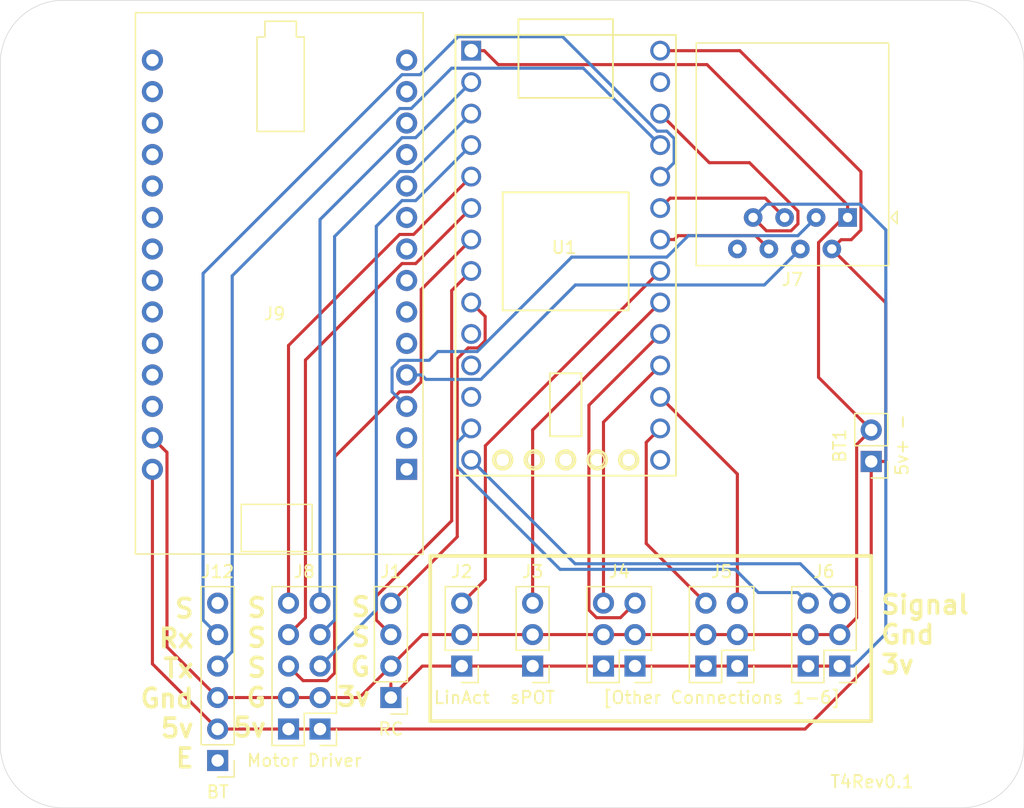
<source format=kicad_pcb>
(kicad_pcb (version 20171130) (host pcbnew "(5.1.2)-2")

  (general
    (thickness 1.6)
    (drawings 19)
    (tracks 197)
    (zones 0)
    (modules 16)
    (nets 58)
  )

  (page A4)
  (layers
    (0 F.Cu signal)
    (31 B.Cu signal)
    (32 B.Adhes user)
    (33 F.Adhes user)
    (34 B.Paste user)
    (35 F.Paste user)
    (36 B.SilkS user)
    (37 F.SilkS user)
    (38 B.Mask user)
    (39 F.Mask user)
    (40 Dwgs.User user)
    (41 Cmts.User user)
    (42 Eco1.User user)
    (43 Eco2.User user)
    (44 Edge.Cuts user)
    (45 Margin user)
    (46 B.CrtYd user)
    (47 F.CrtYd user hide)
    (48 B.Fab user)
    (49 F.Fab user)
  )

  (setup
    (last_trace_width 0.25)
    (trace_clearance 0.2)
    (zone_clearance 0.508)
    (zone_45_only no)
    (trace_min 0.2)
    (via_size 0.8)
    (via_drill 0.4)
    (via_min_size 0.4)
    (via_min_drill 0.3)
    (uvia_size 0.3)
    (uvia_drill 0.1)
    (uvias_allowed no)
    (uvia_min_size 0.2)
    (uvia_min_drill 0.1)
    (edge_width 0.05)
    (segment_width 0.2)
    (pcb_text_width 0.3)
    (pcb_text_size 1.5 1.5)
    (mod_edge_width 0.12)
    (mod_text_size 1 1)
    (mod_text_width 0.15)
    (pad_size 1.7 1.7)
    (pad_drill 1)
    (pad_to_mask_clearance 0.051)
    (solder_mask_min_width 0.25)
    (aux_axis_origin 0 0)
    (visible_elements 7FFFFFFF)
    (pcbplotparams
      (layerselection 0x010fc_ffffffff)
      (usegerberextensions false)
      (usegerberattributes false)
      (usegerberadvancedattributes false)
      (creategerberjobfile false)
      (excludeedgelayer true)
      (linewidth 0.100000)
      (plotframeref false)
      (viasonmask false)
      (mode 1)
      (useauxorigin false)
      (hpglpennumber 1)
      (hpglpenspeed 20)
      (hpglpendiameter 15.000000)
      (psnegative false)
      (psa4output false)
      (plotreference true)
      (plotvalue true)
      (plotinvisibletext false)
      (padsonsilk false)
      (subtractmaskfromsilk false)
      (outputformat 1)
      (mirror false)
      (drillshape 1)
      (scaleselection 1)
      (outputdirectory ""))
  )

  (net 0 "")
  (net 1 "Net-(J1-Pad3)")
  (net 2 "Net-(J1-Pad4)")
  (net 3 "Net-(J2-Pad3)")
  (net 4 "Net-(J3-Pad3)")
  (net 5 "Net-(J4-Pad6)")
  (net 6 "Net-(J5-Pad6)")
  (net 7 "Net-(J6-Pad6)")
  (net 8 "Net-(J7-Pad5)")
  (net 9 "Net-(J7-Pad6)")
  (net 10 "Net-(J7-Pad8)")
  (net 11 "Net-(J12-Pad1)")
  (net 12 "Net-(J12-Pad6)")
  (net 13 "Net-(J4-Pad5)")
  (net 14 "Net-(J5-Pad5)")
  (net 15 "Net-(J6-Pad5)")
  (net 16 "Net-(J8-Pad5)")
  (net 17 "Net-(J8-Pad6)")
  (net 18 "Net-(J8-Pad7)")
  (net 19 "Net-(J8-Pad8)")
  (net 20 "Net-(J8-Pad9)")
  (net 21 "Net-(J8-Pad10)")
  (net 22 "Net-(J12-Pad4)")
  (net 23 "Net-(J12-Pad5)")
  (net 24 +5V)
  (net 25 GND)
  (net 26 +3V3)
  (net 27 "Net-(J7-Pad3)")
  (net 28 "Net-(J7-Pad4)")
  (net 29 "Net-(J9-Pad1)")
  (net 30 "Net-(J9-Pad3)")
  (net 31 "Net-(J9-Pad6)")
  (net 32 "Net-(J9-Pad8)")
  (net 33 "Net-(J9-Pad9)")
  (net 34 "Net-(J9-Pad10)")
  (net 35 "Net-(J9-Pad11)")
  (net 36 "Net-(J9-Pad12)")
  (net 37 "Net-(J9-Pad13)")
  (net 38 "Net-(J9-Pad14)")
  (net 39 "Net-(J9-Pad15)")
  (net 40 "Net-(J9-Pad16)")
  (net 41 "Net-(J9-Pad17)")
  (net 42 "Net-(J9-Pad18)")
  (net 43 "Net-(J9-Pad19)")
  (net 44 "Net-(J9-Pad20)")
  (net 45 "Net-(J9-Pad21)")
  (net 46 "Net-(J9-Pad22)")
  (net 47 "Net-(J9-Pad23)")
  (net 48 "Net-(J9-Pad24)")
  (net 49 "Net-(J9-Pad25)")
  (net 50 "Net-(J9-Pad26)")
  (net 51 "Net-(J9-Pad27)")
  (net 52 "Net-(J9-Pad28)")
  (net 53 "Net-(U1-Pad12)")
  (net 54 "Net-(U1-Pad11)")
  (net 55 "Net-(U1-Pad10)")
  (net 56 "Net-(U1-Pad15)")
  (net 57 "Net-(U1-Pad27)")

  (net_class Default "This is the default net class."
    (clearance 0.2)
    (trace_width 0.25)
    (via_dia 0.8)
    (via_drill 0.4)
    (uvia_dia 0.3)
    (uvia_drill 0.1)
    (add_net +3V3)
    (add_net +5V)
    (add_net GND)
    (add_net "Net-(J1-Pad3)")
    (add_net "Net-(J1-Pad4)")
    (add_net "Net-(J12-Pad1)")
    (add_net "Net-(J12-Pad4)")
    (add_net "Net-(J12-Pad5)")
    (add_net "Net-(J12-Pad6)")
    (add_net "Net-(J2-Pad3)")
    (add_net "Net-(J3-Pad3)")
    (add_net "Net-(J4-Pad5)")
    (add_net "Net-(J4-Pad6)")
    (add_net "Net-(J5-Pad5)")
    (add_net "Net-(J5-Pad6)")
    (add_net "Net-(J6-Pad5)")
    (add_net "Net-(J6-Pad6)")
    (add_net "Net-(J7-Pad3)")
    (add_net "Net-(J7-Pad4)")
    (add_net "Net-(J7-Pad5)")
    (add_net "Net-(J7-Pad6)")
    (add_net "Net-(J7-Pad8)")
    (add_net "Net-(J8-Pad10)")
    (add_net "Net-(J8-Pad5)")
    (add_net "Net-(J8-Pad6)")
    (add_net "Net-(J8-Pad7)")
    (add_net "Net-(J8-Pad8)")
    (add_net "Net-(J8-Pad9)")
    (add_net "Net-(J9-Pad1)")
    (add_net "Net-(J9-Pad10)")
    (add_net "Net-(J9-Pad11)")
    (add_net "Net-(J9-Pad12)")
    (add_net "Net-(J9-Pad13)")
    (add_net "Net-(J9-Pad14)")
    (add_net "Net-(J9-Pad15)")
    (add_net "Net-(J9-Pad16)")
    (add_net "Net-(J9-Pad17)")
    (add_net "Net-(J9-Pad18)")
    (add_net "Net-(J9-Pad19)")
    (add_net "Net-(J9-Pad20)")
    (add_net "Net-(J9-Pad21)")
    (add_net "Net-(J9-Pad22)")
    (add_net "Net-(J9-Pad23)")
    (add_net "Net-(J9-Pad24)")
    (add_net "Net-(J9-Pad25)")
    (add_net "Net-(J9-Pad26)")
    (add_net "Net-(J9-Pad27)")
    (add_net "Net-(J9-Pad28)")
    (add_net "Net-(J9-Pad3)")
    (add_net "Net-(J9-Pad6)")
    (add_net "Net-(J9-Pad8)")
    (add_net "Net-(J9-Pad9)")
    (add_net "Net-(U1-Pad10)")
    (add_net "Net-(U1-Pad11)")
    (add_net "Net-(U1-Pad12)")
    (add_net "Net-(U1-Pad15)")
    (add_net "Net-(U1-Pad27)")
  )

  (module "Useful Modifications:FXSound_HeadPhone_2x14_P2.54mm" (layer F.Cu) (tedit 5D61B56D) (tstamp 5D6205A0)
    (at 140.97 106.68 180)
    (descr "Through hole straight pin header, 2x14, 2.54mm pitch, double rows")
    (tags "Through hole pin header THT 2x14 2.54mm double row")
    (path /5D6104A9)
    (fp_text reference J9 (at 10.6553 12.5476) (layer F.SilkS)
      (effects (font (size 1 1) (thickness 0.15)))
    )
    (fp_text value FXSound (at 10.795 14.605) (layer F.Fab)
      (effects (font (size 1 1) (thickness 0.15)))
    )
    (fp_line (start -1.2446 -6.7564) (end 21.81 -6.77) (layer F.Fab) (width 0.1))
    (fp_line (start 21.81 -6.77) (end 21.81 36.79) (layer F.Fab) (width 0.1))
    (fp_line (start 21.81 36.79) (end -1.27 36.79) (layer F.Fab) (width 0.1))
    (fp_line (start -1.27 36.79) (end -1.2446 -6.7564) (layer F.Fab) (width 0.1))
    (fp_line (start -1.33 36.85) (end 21.87 36.85) (layer F.SilkS) (width 0.12))
    (fp_line (start -1.3208 -6.858) (end -1.33 36.85) (layer F.SilkS) (width 0.12))
    (fp_line (start 21.87 -6.83) (end 21.87 36.85) (layer F.SilkS) (width 0.12))
    (fp_line (start -1.3208 -6.858) (end 21.87 -6.83) (layer F.SilkS) (width 0.12))
    (fp_line (start -1.8 -7) (end -1.8 37.5) (layer F.CrtYd) (width 0.05))
    (fp_line (start -1.8 37.5) (end 22.35 37.5) (layer F.CrtYd) (width 0.05))
    (fp_line (start 22.35 37.5) (end 22.35 -7) (layer F.CrtYd) (width 0.05))
    (fp_line (start 22.35 -7) (end -1.8 -7) (layer F.CrtYd) (width 0.05))
    (fp_text user %R (at 1.778 17.018 90) (layer F.Fab)
      (effects (font (size 1 1) (thickness 0.15)))
    )
    (fp_line (start 8.255 27.265) (end 12.065 27.265) (layer F.SilkS) (width 0.12))
    (fp_line (start 8.255 27.265) (end 8.255 34.885) (layer F.SilkS) (width 0.12))
    (fp_line (start 8.255 34.885) (end 8.89 34.885) (layer F.SilkS) (width 0.12))
    (fp_line (start 8.89 34.885) (end 8.89 36.155) (layer F.SilkS) (width 0.12))
    (fp_line (start 12.065 27.265) (end 12.065 34.885) (layer F.SilkS) (width 0.12))
    (fp_line (start 11.43 34.885) (end 12.065 34.885) (layer F.SilkS) (width 0.12))
    (fp_line (start 11.43 34.885) (end 11.43 36.155) (layer F.SilkS) (width 0.12))
    (fp_line (start 8.89 36.155) (end 11.43 36.155) (layer F.SilkS) (width 0.12))
    (fp_line (start 7.62 -6.635) (end 13.335 -6.635) (layer F.SilkS) (width 0.12))
    (fp_line (start 13.335 -6.635) (end 13.335 -2.825) (layer F.SilkS) (width 0.12))
    (fp_line (start 13.335 -2.825) (end 7.62 -2.825) (layer F.SilkS) (width 0.12))
    (fp_line (start 7.62 -2.825) (end 7.62 -6.635) (layer F.SilkS) (width 0.12))
    (pad 1 thru_hole rect (at 0 0 180) (size 1.7 1.7) (drill 1) (layers *.Cu *.Mask)
      (net 29 "Net-(J9-Pad1)"))
    (pad 2 thru_hole oval (at 20.5 0 180) (size 1.7 1.7) (drill 1) (layers *.Cu *.Mask)
      (net 24 +5V))
    (pad 3 thru_hole oval (at 0 2.54 180) (size 1.7 1.7) (drill 1) (layers *.Cu *.Mask)
      (net 30 "Net-(J9-Pad3)"))
    (pad 4 thru_hole oval (at 20.5 2.54 180) (size 1.7 1.7) (drill 1) (layers *.Cu *.Mask)
      (net 25 GND))
    (pad 5 thru_hole oval (at 0 5.08 180) (size 1.7 1.7) (drill 1) (layers *.Cu *.Mask)
      (net 27 "Net-(J7-Pad3)"))
    (pad 6 thru_hole oval (at 20.5 5.08 180) (size 1.7 1.7) (drill 1) (layers *.Cu *.Mask)
      (net 31 "Net-(J9-Pad6)"))
    (pad 7 thru_hole oval (at 0 7.62 180) (size 1.7 1.7) (drill 1) (layers *.Cu *.Mask)
      (net 28 "Net-(J7-Pad4)"))
    (pad 8 thru_hole oval (at 20.5 7.62 180) (size 1.7 1.7) (drill 1) (layers *.Cu *.Mask)
      (net 32 "Net-(J9-Pad8)"))
    (pad 9 thru_hole oval (at 0 10.16 180) (size 1.7 1.7) (drill 1) (layers *.Cu *.Mask)
      (net 33 "Net-(J9-Pad9)"))
    (pad 10 thru_hole oval (at 20.5 10.16 180) (size 1.7 1.7) (drill 1) (layers *.Cu *.Mask)
      (net 34 "Net-(J9-Pad10)"))
    (pad 11 thru_hole oval (at 0 12.7 180) (size 1.7 1.7) (drill 1) (layers *.Cu *.Mask)
      (net 35 "Net-(J9-Pad11)"))
    (pad 12 thru_hole oval (at 20.5 12.7 180) (size 1.7 1.7) (drill 1) (layers *.Cu *.Mask)
      (net 36 "Net-(J9-Pad12)"))
    (pad 13 thru_hole oval (at 0 15.24 180) (size 1.7 1.7) (drill 1) (layers *.Cu *.Mask)
      (net 37 "Net-(J9-Pad13)"))
    (pad 14 thru_hole oval (at 20.5 15.24 180) (size 1.7 1.7) (drill 1) (layers *.Cu *.Mask)
      (net 38 "Net-(J9-Pad14)"))
    (pad 15 thru_hole oval (at 0 17.78 180) (size 1.7 1.7) (drill 1) (layers *.Cu *.Mask)
      (net 39 "Net-(J9-Pad15)"))
    (pad 16 thru_hole oval (at 20.5 17.78 180) (size 1.7 1.7) (drill 1) (layers *.Cu *.Mask)
      (net 40 "Net-(J9-Pad16)"))
    (pad 17 thru_hole oval (at 0 20.32 180) (size 1.7 1.7) (drill 1) (layers *.Cu *.Mask)
      (net 41 "Net-(J9-Pad17)"))
    (pad 18 thru_hole oval (at 20.5 20.32 180) (size 1.7 1.7) (drill 1) (layers *.Cu *.Mask)
      (net 42 "Net-(J9-Pad18)"))
    (pad 19 thru_hole oval (at 0 22.86 180) (size 1.7 1.7) (drill 1) (layers *.Cu *.Mask)
      (net 43 "Net-(J9-Pad19)"))
    (pad 20 thru_hole oval (at 20.5 22.86 180) (size 1.7 1.7) (drill 1) (layers *.Cu *.Mask)
      (net 44 "Net-(J9-Pad20)"))
    (pad 21 thru_hole oval (at 0 25.4 180) (size 1.7 1.7) (drill 1) (layers *.Cu *.Mask)
      (net 45 "Net-(J9-Pad21)"))
    (pad 22 thru_hole oval (at 20.5 25.4 180) (size 1.7 1.7) (drill 1) (layers *.Cu *.Mask)
      (net 46 "Net-(J9-Pad22)"))
    (pad 23 thru_hole oval (at 0 27.94 180) (size 1.7 1.7) (drill 1) (layers *.Cu *.Mask)
      (net 47 "Net-(J9-Pad23)"))
    (pad 24 thru_hole oval (at 20.5 27.94 180) (size 1.7 1.7) (drill 1) (layers *.Cu *.Mask)
      (net 48 "Net-(J9-Pad24)"))
    (pad 25 thru_hole oval (at 0 30.48 180) (size 1.7 1.7) (drill 1) (layers *.Cu *.Mask)
      (net 49 "Net-(J9-Pad25)"))
    (pad 26 thru_hole oval (at 20.5 30.48 180) (size 1.7 1.7) (drill 1) (layers *.Cu *.Mask)
      (net 50 "Net-(J9-Pad26)"))
    (pad 27 thru_hole oval (at 0 33.02 180) (size 1.7 1.7) (drill 1) (layers *.Cu *.Mask)
      (net 51 "Net-(J9-Pad27)"))
    (pad 28 thru_hole oval (at 20.5 33.02 180) (size 1.7 1.7) (drill 1) (layers *.Cu *.Mask)
      (net 52 "Net-(J9-Pad28)"))
    (model ${KISYS3DMOD}/Connector_PinHeader_2.54mm.3dshapes/PinHeader_2x14_P2.54mm_Vertical.wrl
      (at (xyz 0 0 0))
      (scale (xyz 1 1 1))
      (rotate (xyz 0 0 0))
    )
  )

  (module MountingHole:MountingHole_3mm (layer F.Cu) (tedit 56D1B4CB) (tstamp 5D5EB839)
    (at 185.674 128.914 180)
    (descr "Mounting Hole 3mm, no annular")
    (tags "mounting hole 3mm no annular")
    (attr virtual)
    (fp_text reference "" (at 0 -4) (layer F.SilkS) hide
      (effects (font (size 1 1) (thickness 0.15)))
    )
    (fp_text value "" (at 0 4) (layer F.Fab) hide
      (effects (font (size 1 1) (thickness 0.15)))
    )
    (fp_circle (center 0 0) (end 3.25 0) (layer F.CrtYd) (width 0.05))
    (fp_circle (center 0 0) (end 3 0) (layer Cmts.User) (width 0.15))
    (fp_text user %R (at 0.3 0) (layer F.Fab) hide
      (effects (font (size 1 1) (thickness 0.15)))
    )
    (pad 1 np_thru_hole circle (at 0 0 180) (size 3 3) (drill 3) (layers *.Cu *.Mask))
  )

  (module MountingHole:MountingHole_3mm (layer F.Cu) (tedit 56D1B4CB) (tstamp 5D5EB832)
    (at 113.284 128.914 180)
    (descr "Mounting Hole 3mm, no annular")
    (tags "mounting hole 3mm no annular")
    (attr virtual)
    (fp_text reference "" (at 0 -4) (layer F.SilkS) hide
      (effects (font (size 1 1) (thickness 0.15)))
    )
    (fp_text value "" (at 0 4) (layer F.Fab) hide
      (effects (font (size 1 1) (thickness 0.15)))
    )
    (fp_text user %R (at 0.3 0) (layer F.Fab) hide
      (effects (font (size 1 1) (thickness 0.15)))
    )
    (fp_circle (center 0 0) (end 3 0) (layer Cmts.User) (width 0.15))
    (fp_circle (center 0 0) (end 3.25 0) (layer F.CrtYd) (width 0.05))
    (pad 1 np_thru_hole circle (at 0 0 180) (size 3 3) (drill 3) (layers *.Cu *.Mask))
  )

  (module MountingHole:MountingHole_3mm (layer F.Cu) (tedit 56D1B4CB) (tstamp 5D5EB686)
    (at 185.674 73.914)
    (descr "Mounting Hole 3mm, no annular")
    (tags "mounting hole 3mm no annular")
    (attr virtual)
    (fp_text reference "" (at 0 -4) (layer F.SilkS) hide
      (effects (font (size 1 1) (thickness 0.15)))
    )
    (fp_text value "" (at 0 4) (layer F.Fab) hide
      (effects (font (size 1 1) (thickness 0.15)))
    )
    (fp_text user %R (at 0.3 0) (layer F.Fab) hide
      (effects (font (size 1 1) (thickness 0.15)))
    )
    (fp_circle (center 0 0) (end 3 0) (layer Cmts.User) (width 0.15))
    (fp_circle (center 0 0) (end 3.25 0) (layer F.CrtYd) (width 0.05))
    (pad 1 np_thru_hole circle (at 0 0) (size 3 3) (drill 3) (layers *.Cu *.Mask))
  )

  (module MountingHole:MountingHole_3mm (layer F.Cu) (tedit 56D1B4CB) (tstamp 5D5EB5A7)
    (at 113.284 73.914)
    (descr "Mounting Hole 3mm, no annular")
    (tags "mounting hole 3mm no annular")
    (attr virtual)
    (fp_text reference "" (at 0 -4) (layer F.SilkS) hide
      (effects (font (size 1 1) (thickness 0.15)))
    )
    (fp_text value "" (at 0 4) (layer F.Fab) hide
      (effects (font (size 1 1) (thickness 0.15)))
    )
    (fp_circle (center 0 0) (end 3.25 0) (layer F.CrtYd) (width 0.05))
    (fp_circle (center 0 0) (end 3 0) (layer Cmts.User) (width 0.15))
    (fp_text user %R (at 0.3 0) (layer F.Fab) hide
      (effects (font (size 1 1) (thickness 0.15)))
    )
    (pad 1 np_thru_hole circle (at 0 0) (size 3 3) (drill 3) (layers *.Cu *.Mask))
  )

  (module Connector_PinHeader_2.54mm:PinHeader_1x02_P2.54mm_Vertical (layer F.Cu) (tedit 59FED5CC) (tstamp 5D5E5F6B)
    (at 178.435 106.045 180)
    (descr "Through hole straight pin header, 1x02, 2.54mm pitch, single row")
    (tags "Through hole pin header THT 1x02 2.54mm single row")
    (path /5D6AC0F2)
    (fp_text reference BT1 (at 2.54 1.27 270) (layer F.SilkS)
      (effects (font (size 1 1) (thickness 0.15)))
    )
    (fp_text value "5v+ -" (at -2.4765 1.3335 270) (layer F.SilkS)
      (effects (font (size 1 1) (thickness 0.15)))
    )
    (fp_line (start -0.635 -1.27) (end 1.27 -1.27) (layer F.Fab) (width 0.1))
    (fp_line (start 1.27 -1.27) (end 1.27 3.81) (layer F.Fab) (width 0.1))
    (fp_line (start 1.27 3.81) (end -1.27 3.81) (layer F.Fab) (width 0.1))
    (fp_line (start -1.27 3.81) (end -1.27 -0.635) (layer F.Fab) (width 0.1))
    (fp_line (start -1.27 -0.635) (end -0.635 -1.27) (layer F.Fab) (width 0.1))
    (fp_line (start -1.33 3.87) (end 1.33 3.87) (layer F.SilkS) (width 0.12))
    (fp_line (start -1.33 1.27) (end -1.33 3.87) (layer F.SilkS) (width 0.12))
    (fp_line (start 1.33 1.27) (end 1.33 3.87) (layer F.SilkS) (width 0.12))
    (fp_line (start -1.33 1.27) (end 1.33 1.27) (layer F.SilkS) (width 0.12))
    (fp_line (start -1.33 0) (end -1.33 -1.33) (layer F.SilkS) (width 0.12))
    (fp_line (start -1.33 -1.33) (end 0 -1.33) (layer F.SilkS) (width 0.12))
    (fp_line (start -1.8 -1.8) (end -1.8 4.35) (layer F.CrtYd) (width 0.05))
    (fp_line (start -1.8 4.35) (end 1.8 4.35) (layer F.CrtYd) (width 0.05))
    (fp_line (start 1.8 4.35) (end 1.8 -1.8) (layer F.CrtYd) (width 0.05))
    (fp_line (start 1.8 -1.8) (end -1.8 -1.8) (layer F.CrtYd) (width 0.05))
    (fp_text user %R (at 0 1.27 90) (layer F.Fab)
      (effects (font (size 1 1) (thickness 0.15)))
    )
    (pad 1 thru_hole rect (at 0 0 180) (size 1.7 1.7) (drill 1) (layers *.Cu *.Mask)
      (net 24 +5V))
    (pad 2 thru_hole oval (at 0 2.54 180) (size 1.7 1.7) (drill 1) (layers *.Cu *.Mask)
      (net 25 GND))
    (model ${KISYS3DMOD}/Connector_PinHeader_2.54mm.3dshapes/PinHeader_1x02_P2.54mm_Vertical.wrl
      (at (xyz 0 0 0))
      (scale (xyz 1 1 1))
      (rotate (xyz 0 0 0))
    )
  )

  (module Connector_PinHeader_2.54mm:PinHeader_2x03_P2.54mm_Vertical (layer F.Cu) (tedit 5D5E0CF2) (tstamp 5D5E5FE9)
    (at 167.64 122.555 180)
    (descr "Through hole straight pin header, 2x03, 2.54mm pitch, double rows")
    (tags "Through hole pin header THT 2x03 2.54mm double row")
    (path /5D9598A7)
    (fp_text reference J5 (at 1.27 7.62 180) (layer F.SilkS)
      (effects (font (size 1 1) (thickness 0.15)))
    )
    (fp_text value "[Other Connections 1-6]" (at 1.27 -2.54 180) (layer F.SilkS)
      (effects (font (size 1 1) (thickness 0.15)))
    )
    (fp_text user %R (at 1.27 2.54 270) (layer F.Fab)
      (effects (font (size 1 1) (thickness 0.15)))
    )
    (fp_line (start 4.35 -1.8) (end -1.8 -1.8) (layer F.CrtYd) (width 0.05))
    (fp_line (start 4.35 6.85) (end 4.35 -1.8) (layer F.CrtYd) (width 0.05))
    (fp_line (start -1.8 6.85) (end 4.35 6.85) (layer F.CrtYd) (width 0.05))
    (fp_line (start -1.8 -1.8) (end -1.8 6.85) (layer F.CrtYd) (width 0.05))
    (fp_line (start -1.33 -1.33) (end 0 -1.33) (layer F.SilkS) (width 0.12))
    (fp_line (start -1.33 0) (end -1.33 -1.33) (layer F.SilkS) (width 0.12))
    (fp_line (start 1.27 -1.33) (end 3.87 -1.33) (layer F.SilkS) (width 0.12))
    (fp_line (start 1.27 1.27) (end 1.27 -1.33) (layer F.SilkS) (width 0.12))
    (fp_line (start -1.33 1.27) (end 1.27 1.27) (layer F.SilkS) (width 0.12))
    (fp_line (start 3.87 -1.33) (end 3.87 6.41) (layer F.SilkS) (width 0.12))
    (fp_line (start -1.33 1.27) (end -1.33 6.41) (layer F.SilkS) (width 0.12))
    (fp_line (start -1.33 6.41) (end 3.87 6.41) (layer F.SilkS) (width 0.12))
    (fp_line (start -1.27 0) (end 0 -1.27) (layer F.Fab) (width 0.1))
    (fp_line (start -1.27 6.35) (end -1.27 0) (layer F.Fab) (width 0.1))
    (fp_line (start 3.81 6.35) (end -1.27 6.35) (layer F.Fab) (width 0.1))
    (fp_line (start 3.81 -1.27) (end 3.81 6.35) (layer F.Fab) (width 0.1))
    (fp_line (start 0 -1.27) (end 3.81 -1.27) (layer F.Fab) (width 0.1))
    (pad 6 thru_hole oval (at 2.54 5.08 180) (size 1.7 1.7) (drill 1) (layers *.Cu *.Mask)
      (net 6 "Net-(J5-Pad6)"))
    (pad 5 thru_hole oval (at 0 5.08 180) (size 1.7 1.7) (drill 1) (layers *.Cu *.Mask)
      (net 14 "Net-(J5-Pad5)"))
    (pad 4 thru_hole oval (at 2.54 2.54 180) (size 1.7 1.7) (drill 1) (layers *.Cu *.Mask)
      (net 25 GND))
    (pad 3 thru_hole oval (at 0 2.54 180) (size 1.7 1.7) (drill 1) (layers *.Cu *.Mask)
      (net 25 GND))
    (pad 1 thru_hole rect (at 0 0 180) (size 1.7 1.7) (drill 1) (layers *.Cu *.Mask)
      (net 26 +3V3))
    (pad 2 thru_hole rect (at 2.54 0 180) (size 1.7 1.7) (drill 1) (layers *.Cu *.Mask)
      (net 26 +3V3))
    (model ${KISYS3DMOD}/Connector_PinHeader_2.54mm.3dshapes/PinHeader_2x03_P2.54mm_Vertical.wrl
      (at (xyz 0 0 0))
      (scale (xyz 1 1 1))
      (rotate (xyz 0 0 0))
    )
  )

  (module Connector_PinHeader_2.54mm:PinHeader_2x03_P2.54mm_Vertical (layer F.Cu) (tedit 5D5E0874) (tstamp 5D5E5FCD)
    (at 159.385 122.555 180)
    (descr "Through hole straight pin header, 2x03, 2.54mm pitch, double rows")
    (tags "Through hole pin header THT 2x03 2.54mm double row")
    (path /5D94A27B)
    (fp_text reference J4 (at 1.27 7.62) (layer F.SilkS)
      (effects (font (size 1 1) (thickness 0.15)))
    )
    (fp_text value "" (at 1.27 7.41) (layer F.Fab) hide
      (effects (font (size 1 1) (thickness 0.15)))
    )
    (fp_line (start 0 -1.27) (end 3.81 -1.27) (layer F.Fab) (width 0.1))
    (fp_line (start 3.81 -1.27) (end 3.81 6.35) (layer F.Fab) (width 0.1))
    (fp_line (start 3.81 6.35) (end -1.27 6.35) (layer F.Fab) (width 0.1))
    (fp_line (start -1.27 6.35) (end -1.27 0) (layer F.Fab) (width 0.1))
    (fp_line (start -1.27 0) (end 0 -1.27) (layer F.Fab) (width 0.1))
    (fp_line (start -1.33 6.41) (end 3.87 6.41) (layer F.SilkS) (width 0.12))
    (fp_line (start -1.33 1.27) (end -1.33 6.41) (layer F.SilkS) (width 0.12))
    (fp_line (start 3.87 -1.33) (end 3.87 6.41) (layer F.SilkS) (width 0.12))
    (fp_line (start -1.33 1.27) (end 1.27 1.27) (layer F.SilkS) (width 0.12))
    (fp_line (start 1.27 1.27) (end 1.27 -1.33) (layer F.SilkS) (width 0.12))
    (fp_line (start 1.27 -1.33) (end 3.87 -1.33) (layer F.SilkS) (width 0.12))
    (fp_line (start -1.33 0) (end -1.33 -1.33) (layer F.SilkS) (width 0.12))
    (fp_line (start -1.33 -1.33) (end 0 -1.33) (layer F.SilkS) (width 0.12))
    (fp_line (start -1.8 -1.8) (end -1.8 6.85) (layer F.CrtYd) (width 0.05))
    (fp_line (start -1.8 6.85) (end 4.35 6.85) (layer F.CrtYd) (width 0.05))
    (fp_line (start 4.35 6.85) (end 4.35 -1.8) (layer F.CrtYd) (width 0.05))
    (fp_line (start 4.35 -1.8) (end -1.8 -1.8) (layer F.CrtYd) (width 0.05))
    (fp_text user %R (at 1.27 2.54 270) (layer F.Fab)
      (effects (font (size 1 1) (thickness 0.15)))
    )
    (pad 1 thru_hole rect (at 0 0 180) (size 1.7 1.7) (drill 1) (layers *.Cu *.Mask)
      (net 26 +3V3))
    (pad 3 thru_hole oval (at 0 2.54 180) (size 1.7 1.7) (drill 1) (layers *.Cu *.Mask)
      (net 25 GND))
    (pad 4 thru_hole oval (at 2.54 2.54 180) (size 1.7 1.7) (drill 1) (layers *.Cu *.Mask)
      (net 25 GND))
    (pad 5 thru_hole oval (at 0 5.08 180) (size 1.7 1.7) (drill 1) (layers *.Cu *.Mask)
      (net 13 "Net-(J4-Pad5)"))
    (pad 6 thru_hole oval (at 2.54 5.08 180) (size 1.7 1.7) (drill 1) (layers *.Cu *.Mask)
      (net 5 "Net-(J4-Pad6)"))
    (pad 2 thru_hole rect (at 2.54 0 180) (size 1.7 1.7) (drill 1) (layers *.Cu *.Mask)
      (net 26 +3V3))
    (model ${KISYS3DMOD}/Connector_PinHeader_2.54mm.3dshapes/PinHeader_2x03_P2.54mm_Vertical.wrl
      (at (xyz 0 0 0))
      (scale (xyz 1 1 1))
      (rotate (xyz 0 0 0))
    )
  )

  (module Connector_PinHeader_2.54mm:PinHeader_2x05_P2.54mm_Vertical (layer F.Cu) (tedit 5D5E07E2) (tstamp 5D5E6044)
    (at 133.985 127.635 180)
    (descr "Through hole straight pin header, 2x05, 2.54mm pitch, double rows")
    (tags "Through hole pin header THT 2x05 2.54mm double row")
    (path /5D8F43EF)
    (fp_text reference J8 (at 1.27 12.7) (layer F.SilkS)
      (effects (font (size 1 1) (thickness 0.15)))
    )
    (fp_text value "Motor Driver" (at 1.27 -2.54) (layer F.SilkS)
      (effects (font (size 1 1) (thickness 0.15)))
    )
    (fp_line (start 0 -1.27) (end 3.81 -1.27) (layer F.Fab) (width 0.1))
    (fp_line (start 3.81 -1.27) (end 3.81 11.43) (layer F.Fab) (width 0.1))
    (fp_line (start 3.81 11.43) (end -1.27 11.43) (layer F.Fab) (width 0.1))
    (fp_line (start -1.27 11.43) (end -1.27 0) (layer F.Fab) (width 0.1))
    (fp_line (start -1.27 0) (end 0 -1.27) (layer F.Fab) (width 0.1))
    (fp_line (start -1.33 11.49) (end 3.87 11.49) (layer F.SilkS) (width 0.12))
    (fp_line (start -1.33 1.27) (end -1.33 11.49) (layer F.SilkS) (width 0.12))
    (fp_line (start 3.87 -1.33) (end 3.87 11.49) (layer F.SilkS) (width 0.12))
    (fp_line (start -1.33 1.27) (end 1.27 1.27) (layer F.SilkS) (width 0.12))
    (fp_line (start 1.27 1.27) (end 1.27 -1.33) (layer F.SilkS) (width 0.12))
    (fp_line (start 1.27 -1.33) (end 3.87 -1.33) (layer F.SilkS) (width 0.12))
    (fp_line (start -1.33 0) (end -1.33 -1.33) (layer F.SilkS) (width 0.12))
    (fp_line (start -1.33 -1.33) (end 0 -1.33) (layer F.SilkS) (width 0.12))
    (fp_line (start -1.8 -1.8) (end -1.8 11.95) (layer F.CrtYd) (width 0.05))
    (fp_line (start -1.8 11.95) (end 4.35 11.95) (layer F.CrtYd) (width 0.05))
    (fp_line (start 4.35 11.95) (end 4.35 -1.8) (layer F.CrtYd) (width 0.05))
    (fp_line (start 4.35 -1.8) (end -1.8 -1.8) (layer F.CrtYd) (width 0.05))
    (fp_text user %R (at 1.27 5.08 270) (layer F.Fab)
      (effects (font (size 1 1) (thickness 0.15)))
    )
    (pad 1 thru_hole rect (at 0 0 180) (size 1.7 1.7) (drill 1) (layers *.Cu *.Mask)
      (net 24 +5V))
    (pad 3 thru_hole oval (at 0 2.54 180) (size 1.7 1.7) (drill 1) (layers *.Cu *.Mask)
      (net 25 GND))
    (pad 4 thru_hole oval (at 2.54 2.54 180) (size 1.7 1.7) (drill 1) (layers *.Cu *.Mask)
      (net 25 GND))
    (pad 5 thru_hole oval (at 0 5.08 180) (size 1.7 1.7) (drill 1) (layers *.Cu *.Mask)
      (net 16 "Net-(J8-Pad5)"))
    (pad 6 thru_hole oval (at 2.54 5.08 180) (size 1.7 1.7) (drill 1) (layers *.Cu *.Mask)
      (net 17 "Net-(J8-Pad6)"))
    (pad 7 thru_hole oval (at 0 7.62 180) (size 1.7 1.7) (drill 1) (layers *.Cu *.Mask)
      (net 18 "Net-(J8-Pad7)"))
    (pad 8 thru_hole oval (at 2.54 7.62 180) (size 1.7 1.7) (drill 1) (layers *.Cu *.Mask)
      (net 19 "Net-(J8-Pad8)"))
    (pad 9 thru_hole oval (at 0 10.16 180) (size 1.7 1.7) (drill 1) (layers *.Cu *.Mask)
      (net 20 "Net-(J8-Pad9)"))
    (pad 10 thru_hole oval (at 2.54 10.16 180) (size 1.7 1.7) (drill 1) (layers *.Cu *.Mask)
      (net 21 "Net-(J8-Pad10)"))
    (pad 2 thru_hole rect (at 2.54 0 180) (size 1.7 1.7) (drill 1) (layers *.Cu *.Mask)
      (net 24 +5V))
    (model ${KISYS3DMOD}/Connector_PinHeader_2.54mm.3dshapes/PinHeader_2x05_P2.54mm_Vertical.wrl
      (at (xyz 0 0 0))
      (scale (xyz 1 1 1))
      (rotate (xyz 0 0 0))
    )
  )

  (module Connector_PinHeader_2.54mm:PinHeader_2x03_P2.54mm_Vertical (layer F.Cu) (tedit 5D5E075A) (tstamp 5D5E6005)
    (at 175.895 122.555 180)
    (descr "Through hole straight pin header, 2x03, 2.54mm pitch, double rows")
    (tags "Through hole pin header THT 2x03 2.54mm double row")
    (path /5D969CEB)
    (fp_text reference J6 (at 1.27 7.62) (layer F.SilkS)
      (effects (font (size 1 1) (thickness 0.15)))
    )
    (fp_text value "" (at 1.27 7.41) (layer F.Fab)
      (effects (font (size 1 1) (thickness 0.15)))
    )
    (fp_line (start 0 -1.27) (end 3.81 -1.27) (layer F.Fab) (width 0.1))
    (fp_line (start 3.81 -1.27) (end 3.81 6.35) (layer F.Fab) (width 0.1))
    (fp_line (start 3.81 6.35) (end -1.27 6.35) (layer F.Fab) (width 0.1))
    (fp_line (start -1.27 6.35) (end -1.27 0) (layer F.Fab) (width 0.1))
    (fp_line (start -1.27 0) (end 0 -1.27) (layer F.Fab) (width 0.1))
    (fp_line (start -1.33 6.41) (end 3.87 6.41) (layer F.SilkS) (width 0.12))
    (fp_line (start -1.33 1.27) (end -1.33 6.41) (layer F.SilkS) (width 0.12))
    (fp_line (start 3.87 -1.33) (end 3.87 6.41) (layer F.SilkS) (width 0.12))
    (fp_line (start -1.33 1.27) (end 1.27 1.27) (layer F.SilkS) (width 0.12))
    (fp_line (start 1.27 1.27) (end 1.27 -1.33) (layer F.SilkS) (width 0.12))
    (fp_line (start 1.27 -1.33) (end 3.87 -1.33) (layer F.SilkS) (width 0.12))
    (fp_line (start -1.33 0) (end -1.33 -1.33) (layer F.SilkS) (width 0.12))
    (fp_line (start -1.33 -1.33) (end 0 -1.33) (layer F.SilkS) (width 0.12))
    (fp_line (start -1.8 -1.8) (end -1.8 6.85) (layer F.CrtYd) (width 0.05))
    (fp_line (start -1.8 6.85) (end 4.35 6.85) (layer F.CrtYd) (width 0.05))
    (fp_line (start 4.35 6.85) (end 4.35 -1.8) (layer F.CrtYd) (width 0.05))
    (fp_line (start 4.35 -1.8) (end -1.8 -1.8) (layer F.CrtYd) (width 0.05))
    (fp_text user %R (at 1.27 2.54 90) (layer F.Fab)
      (effects (font (size 1 1) (thickness 0.15)))
    )
    (pad 1 thru_hole rect (at 0 0 180) (size 1.7 1.7) (drill 1) (layers *.Cu *.Mask)
      (net 26 +3V3))
    (pad 3 thru_hole oval (at 0 2.54 180) (size 1.7 1.7) (drill 1) (layers *.Cu *.Mask)
      (net 25 GND))
    (pad 4 thru_hole oval (at 2.54 2.54 180) (size 1.7 1.7) (drill 1) (layers *.Cu *.Mask)
      (net 25 GND))
    (pad 5 thru_hole oval (at 0 5.08 180) (size 1.7 1.7) (drill 1) (layers *.Cu *.Mask)
      (net 15 "Net-(J6-Pad5)"))
    (pad 6 thru_hole oval (at 2.54 5.08 180) (size 1.7 1.7) (drill 1) (layers *.Cu *.Mask)
      (net 7 "Net-(J6-Pad6)"))
    (pad 2 thru_hole rect (at 2.54 0 180) (size 1.7 1.7) (drill 1) (layers *.Cu *.Mask)
      (net 26 +3V3))
    (model ${KISYS3DMOD}/Connector_PinHeader_2.54mm.3dshapes/PinHeader_2x03_P2.54mm_Vertical.wrl
      (at (xyz 0 0 0))
      (scale (xyz 1 1 1))
      (rotate (xyz 0 0 0))
    )
  )

  (module Connector_PinHeader_2.54mm:PinHeader_1x04_P2.54mm_Vertical (layer F.Cu) (tedit 59FED5CC) (tstamp 5D5E5F83)
    (at 139.7 125.095 180)
    (descr "Through hole straight pin header, 1x04, 2.54mm pitch, single row")
    (tags "Through hole pin header THT 1x04 2.54mm single row")
    (path /5D5BB7A8)
    (fp_text reference J1 (at 0 10.16) (layer F.SilkS)
      (effects (font (size 1 1) (thickness 0.15)))
    )
    (fp_text value RC (at 0 -2.54) (layer F.SilkS)
      (effects (font (size 1 1) (thickness 0.15)))
    )
    (fp_line (start -0.635 -1.27) (end 1.27 -1.27) (layer F.Fab) (width 0.1))
    (fp_line (start 1.27 -1.27) (end 1.27 8.89) (layer F.Fab) (width 0.1))
    (fp_line (start 1.27 8.89) (end -1.27 8.89) (layer F.Fab) (width 0.1))
    (fp_line (start -1.27 8.89) (end -1.27 -0.635) (layer F.Fab) (width 0.1))
    (fp_line (start -1.27 -0.635) (end -0.635 -1.27) (layer F.Fab) (width 0.1))
    (fp_line (start -1.33 8.95) (end 1.33 8.95) (layer F.SilkS) (width 0.12))
    (fp_line (start -1.33 1.27) (end -1.33 8.95) (layer F.SilkS) (width 0.12))
    (fp_line (start 1.33 1.27) (end 1.33 8.95) (layer F.SilkS) (width 0.12))
    (fp_line (start -1.33 1.27) (end 1.33 1.27) (layer F.SilkS) (width 0.12))
    (fp_line (start -1.33 0) (end -1.33 -1.33) (layer F.SilkS) (width 0.12))
    (fp_line (start -1.33 -1.33) (end 0 -1.33) (layer F.SilkS) (width 0.12))
    (fp_line (start -1.8 -1.8) (end -1.8 9.4) (layer F.CrtYd) (width 0.05))
    (fp_line (start -1.8 9.4) (end 1.8 9.4) (layer F.CrtYd) (width 0.05))
    (fp_line (start 1.8 9.4) (end 1.8 -1.8) (layer F.CrtYd) (width 0.05))
    (fp_line (start 1.8 -1.8) (end -1.8 -1.8) (layer F.CrtYd) (width 0.05))
    (fp_text user %R (at 0 3.81 90) (layer F.Fab)
      (effects (font (size 1 1) (thickness 0.15)))
    )
    (pad 1 thru_hole rect (at 0 0 180) (size 1.7 1.7) (drill 1) (layers *.Cu *.Mask)
      (net 26 +3V3))
    (pad 2 thru_hole oval (at 0 2.54 180) (size 1.7 1.7) (drill 1) (layers *.Cu *.Mask)
      (net 25 GND))
    (pad 3 thru_hole oval (at 0 5.08 180) (size 1.7 1.7) (drill 1) (layers *.Cu *.Mask)
      (net 1 "Net-(J1-Pad3)"))
    (pad 4 thru_hole oval (at 0 7.62 180) (size 1.7 1.7) (drill 1) (layers *.Cu *.Mask)
      (net 2 "Net-(J1-Pad4)"))
    (model ${KISYS3DMOD}/Connector_PinHeader_2.54mm.3dshapes/PinHeader_1x04_P2.54mm_Vertical.wrl
      (at (xyz 0 0 0))
      (scale (xyz 1 1 1))
      (rotate (xyz 0 0 0))
    )
  )

  (module Connector_PinHeader_2.54mm:PinHeader_1x03_P2.54mm_Vertical (layer F.Cu) (tedit 59FED5CC) (tstamp 5D5E5F9A)
    (at 145.415 122.555 180)
    (descr "Through hole straight pin header, 1x03, 2.54mm pitch, single row")
    (tags "Through hole pin header THT 1x03 2.54mm single row")
    (path /5D5BCD6A)
    (fp_text reference J2 (at 0 7.62) (layer F.SilkS)
      (effects (font (size 1 1) (thickness 0.15)))
    )
    (fp_text value LinAct (at 0 -2.54) (layer F.SilkS)
      (effects (font (size 1 1) (thickness 0.15)))
    )
    (fp_line (start -0.635 -1.27) (end 1.27 -1.27) (layer F.Fab) (width 0.1))
    (fp_line (start 1.27 -1.27) (end 1.27 6.35) (layer F.Fab) (width 0.1))
    (fp_line (start 1.27 6.35) (end -1.27 6.35) (layer F.Fab) (width 0.1))
    (fp_line (start -1.27 6.35) (end -1.27 -0.635) (layer F.Fab) (width 0.1))
    (fp_line (start -1.27 -0.635) (end -0.635 -1.27) (layer F.Fab) (width 0.1))
    (fp_line (start -1.33 6.41) (end 1.33 6.41) (layer F.SilkS) (width 0.12))
    (fp_line (start -1.33 1.27) (end -1.33 6.41) (layer F.SilkS) (width 0.12))
    (fp_line (start 1.33 1.27) (end 1.33 6.41) (layer F.SilkS) (width 0.12))
    (fp_line (start -1.33 1.27) (end 1.33 1.27) (layer F.SilkS) (width 0.12))
    (fp_line (start -1.33 0) (end -1.33 -1.33) (layer F.SilkS) (width 0.12))
    (fp_line (start -1.33 -1.33) (end 0 -1.33) (layer F.SilkS) (width 0.12))
    (fp_line (start -1.8 -1.8) (end -1.8 6.85) (layer F.CrtYd) (width 0.05))
    (fp_line (start -1.8 6.85) (end 1.8 6.85) (layer F.CrtYd) (width 0.05))
    (fp_line (start 1.8 6.85) (end 1.8 -1.8) (layer F.CrtYd) (width 0.05))
    (fp_line (start 1.8 -1.8) (end -1.8 -1.8) (layer F.CrtYd) (width 0.05))
    (fp_text user %R (at 0 2.54 90) (layer F.Fab)
      (effects (font (size 1 1) (thickness 0.15)))
    )
    (pad 1 thru_hole rect (at 0 0 180) (size 1.7 1.7) (drill 1) (layers *.Cu *.Mask)
      (net 26 +3V3))
    (pad 2 thru_hole oval (at 0 2.54 180) (size 1.7 1.7) (drill 1) (layers *.Cu *.Mask)
      (net 25 GND))
    (pad 3 thru_hole oval (at 0 5.08 180) (size 1.7 1.7) (drill 1) (layers *.Cu *.Mask)
      (net 3 "Net-(J2-Pad3)"))
    (model ${KISYS3DMOD}/Connector_PinHeader_2.54mm.3dshapes/PinHeader_1x03_P2.54mm_Vertical.wrl
      (at (xyz 0 0 0))
      (scale (xyz 1 1 1))
      (rotate (xyz 0 0 0))
    )
  )

  (module Connector_PinHeader_2.54mm:PinHeader_1x03_P2.54mm_Vertical (layer F.Cu) (tedit 59FED5CC) (tstamp 5D5E5FB1)
    (at 151.13 122.555 180)
    (descr "Through hole straight pin header, 1x03, 2.54mm pitch, single row")
    (tags "Through hole pin header THT 1x03 2.54mm single row")
    (path /5D5C3369)
    (fp_text reference J3 (at 0 7.62) (layer F.SilkS)
      (effects (font (size 1 1) (thickness 0.15)))
    )
    (fp_text value sPOT (at 0 -2.54) (layer F.SilkS)
      (effects (font (size 1 1) (thickness 0.15)))
    )
    (fp_text user %R (at 0 2.54 90) (layer F.Fab)
      (effects (font (size 1 1) (thickness 0.15)))
    )
    (fp_line (start 1.8 -1.8) (end -1.8 -1.8) (layer F.CrtYd) (width 0.05))
    (fp_line (start 1.8 6.85) (end 1.8 -1.8) (layer F.CrtYd) (width 0.05))
    (fp_line (start -1.8 6.85) (end 1.8 6.85) (layer F.CrtYd) (width 0.05))
    (fp_line (start -1.8 -1.8) (end -1.8 6.85) (layer F.CrtYd) (width 0.05))
    (fp_line (start -1.33 -1.33) (end 0 -1.33) (layer F.SilkS) (width 0.12))
    (fp_line (start -1.33 0) (end -1.33 -1.33) (layer F.SilkS) (width 0.12))
    (fp_line (start -1.33 1.27) (end 1.33 1.27) (layer F.SilkS) (width 0.12))
    (fp_line (start 1.33 1.27) (end 1.33 6.41) (layer F.SilkS) (width 0.12))
    (fp_line (start -1.33 1.27) (end -1.33 6.41) (layer F.SilkS) (width 0.12))
    (fp_line (start -1.33 6.41) (end 1.33 6.41) (layer F.SilkS) (width 0.12))
    (fp_line (start -1.27 -0.635) (end -0.635 -1.27) (layer F.Fab) (width 0.1))
    (fp_line (start -1.27 6.35) (end -1.27 -0.635) (layer F.Fab) (width 0.1))
    (fp_line (start 1.27 6.35) (end -1.27 6.35) (layer F.Fab) (width 0.1))
    (fp_line (start 1.27 -1.27) (end 1.27 6.35) (layer F.Fab) (width 0.1))
    (fp_line (start -0.635 -1.27) (end 1.27 -1.27) (layer F.Fab) (width 0.1))
    (pad 3 thru_hole oval (at 0 5.08 180) (size 1.7 1.7) (drill 1) (layers *.Cu *.Mask)
      (net 4 "Net-(J3-Pad3)"))
    (pad 2 thru_hole oval (at 0 2.54 180) (size 1.7 1.7) (drill 1) (layers *.Cu *.Mask)
      (net 25 GND))
    (pad 1 thru_hole rect (at 0 0 180) (size 1.7 1.7) (drill 1) (layers *.Cu *.Mask)
      (net 26 +3V3))
    (model ${KISYS3DMOD}/Connector_PinHeader_2.54mm.3dshapes/PinHeader_1x03_P2.54mm_Vertical.wrl
      (at (xyz 0 0 0))
      (scale (xyz 1 1 1))
      (rotate (xyz 0 0 0))
    )
  )

  (module Connector_RJ:RJ45_Amphenol_54602-x08_Horizontal (layer F.Cu) (tedit 5B103613) (tstamp 5D5E6024)
    (at 176.53 86.36 180)
    (descr "8 Pol Shallow Latch Connector, Modjack, RJ45 (https://cdn.amphenol-icc.com/media/wysiwyg/files/drawing/c-bmj-0102.pdf)")
    (tags RJ45)
    (path /5D627B3B)
    (fp_text reference J7 (at 4.445 -5) (layer F.SilkS)
      (effects (font (size 1 1) (thickness 0.15)))
    )
    (fp_text value 8P8C (at 4.445 4) (layer F.Fab)
      (effects (font (size 1 1) (thickness 0.15)))
    )
    (fp_text user %R (at 4.445 2) (layer F.Fab)
      (effects (font (size 1 1) (thickness 0.15)))
    )
    (fp_line (start -4 0.5) (end -3.5 0) (layer F.SilkS) (width 0.12))
    (fp_line (start -4 -0.5) (end -4 0.5) (layer F.SilkS) (width 0.12))
    (fp_line (start -3.5 0) (end -4 -0.5) (layer F.SilkS) (width 0.12))
    (fp_line (start -3.205 13.97) (end -3.205 -2.77) (layer F.Fab) (width 0.12))
    (fp_line (start 12.095 13.97) (end -3.205 13.97) (layer F.Fab) (width 0.12))
    (fp_line (start 12.095 -3.77) (end 12.095 13.97) (layer F.Fab) (width 0.12))
    (fp_line (start -2.205 -3.77) (end 12.095 -3.77) (layer F.Fab) (width 0.12))
    (fp_line (start -3.205 -2.77) (end -2.205 -3.77) (layer F.Fab) (width 0.12))
    (fp_line (start -3.315 14.08) (end 12.205 14.08) (layer F.SilkS) (width 0.12))
    (fp_line (start 12.205 -3.88) (end 12.205 14.08) (layer F.SilkS) (width 0.12))
    (fp_line (start 12.205 -3.88) (end -3.315 -3.88) (layer F.SilkS) (width 0.12))
    (fp_line (start -3.315 -3.88) (end -3.315 14.08) (layer F.SilkS) (width 0.12))
    (fp_line (start -3.71 -4.27) (end 12.6 -4.27) (layer F.CrtYd) (width 0.05))
    (fp_line (start -3.71 -4.27) (end -3.71 14.47) (layer F.CrtYd) (width 0.05))
    (fp_line (start 12.6 14.47) (end 12.6 -4.27) (layer F.CrtYd) (width 0.05))
    (fp_line (start 12.6 14.47) (end -3.71 14.47) (layer F.CrtYd) (width 0.05))
    (pad "" np_thru_hole circle (at 10.16 6.35 180) (size 3.2 3.2) (drill 3.2) (layers *.Cu *.Mask))
    (pad "" np_thru_hole circle (at -1.27 6.35 180) (size 3.2 3.2) (drill 3.2) (layers *.Cu *.Mask))
    (pad 1 thru_hole rect (at 0 0 180) (size 1.5 1.5) (drill 0.76) (layers *.Cu *.Mask)
      (net 25 GND))
    (pad 2 thru_hole circle (at 1.27 -2.54 180) (size 1.5 1.5) (drill 0.76) (layers *.Cu *.Mask)
      (net 24 +5V))
    (pad 3 thru_hole circle (at 2.54 0 180) (size 1.5 1.5) (drill 0.76) (layers *.Cu *.Mask)
      (net 27 "Net-(J7-Pad3)"))
    (pad 4 thru_hole circle (at 3.81 -2.54 180) (size 1.5 1.5) (drill 0.76) (layers *.Cu *.Mask)
      (net 28 "Net-(J7-Pad4)"))
    (pad 5 thru_hole circle (at 5.08 0 180) (size 1.5 1.5) (drill 0.76) (layers *.Cu *.Mask)
      (net 8 "Net-(J7-Pad5)"))
    (pad 6 thru_hole circle (at 6.35 -2.54 180) (size 1.5 1.5) (drill 0.76) (layers *.Cu *.Mask)
      (net 9 "Net-(J7-Pad6)"))
    (pad 7 thru_hole circle (at 7.62 0 180) (size 1.5 1.5) (drill 0.76) (layers *.Cu *.Mask)
      (net 26 +3V3))
    (pad 8 thru_hole circle (at 8.89 -2.54 180) (size 1.5 1.5) (drill 0.76) (layers *.Cu *.Mask)
      (net 10 "Net-(J7-Pad8)"))
    (model ${KISYS3DMOD}/Connector_RJ.3dshapes/RJ45_Amphenol_54602-x08_Horizontal.wrl
      (at (xyz 0 0 0))
      (scale (xyz 1 1 1))
      (rotate (xyz 0 0 0))
    )
  )

  (module Connector_PinHeader_2.54mm:PinHeader_1x06_P2.54mm_Vertical (layer F.Cu) (tedit 59FED5CC) (tstamp 5D5E609C)
    (at 125.73 130.175 180)
    (descr "Through hole straight pin header, 1x06, 2.54mm pitch, single row")
    (tags "Through hole pin header THT 1x06 2.54mm single row")
    (path /5D5D3F7C)
    (fp_text reference J12 (at 0 15.24) (layer F.SilkS)
      (effects (font (size 1 1) (thickness 0.15)))
    )
    (fp_text value BT (at 0 -2.54) (layer F.SilkS)
      (effects (font (size 1 1) (thickness 0.15)))
    )
    (fp_line (start -0.635 -1.27) (end 1.27 -1.27) (layer F.Fab) (width 0.1))
    (fp_line (start 1.27 -1.27) (end 1.27 13.97) (layer F.Fab) (width 0.1))
    (fp_line (start 1.27 13.97) (end -1.27 13.97) (layer F.Fab) (width 0.1))
    (fp_line (start -1.27 13.97) (end -1.27 -0.635) (layer F.Fab) (width 0.1))
    (fp_line (start -1.27 -0.635) (end -0.635 -1.27) (layer F.Fab) (width 0.1))
    (fp_line (start -1.33 14.03) (end 1.33 14.03) (layer F.SilkS) (width 0.12))
    (fp_line (start -1.33 1.27) (end -1.33 14.03) (layer F.SilkS) (width 0.12))
    (fp_line (start 1.33 1.27) (end 1.33 14.03) (layer F.SilkS) (width 0.12))
    (fp_line (start -1.33 1.27) (end 1.33 1.27) (layer F.SilkS) (width 0.12))
    (fp_line (start -1.33 0) (end -1.33 -1.33) (layer F.SilkS) (width 0.12))
    (fp_line (start -1.33 -1.33) (end 0 -1.33) (layer F.SilkS) (width 0.12))
    (fp_line (start -1.8 -1.8) (end -1.8 14.5) (layer F.CrtYd) (width 0.05))
    (fp_line (start -1.8 14.5) (end 1.8 14.5) (layer F.CrtYd) (width 0.05))
    (fp_line (start 1.8 14.5) (end 1.8 -1.8) (layer F.CrtYd) (width 0.05))
    (fp_line (start 1.8 -1.8) (end -1.8 -1.8) (layer F.CrtYd) (width 0.05))
    (fp_text user %R (at 0 6.35 90) (layer F.Fab)
      (effects (font (size 1 1) (thickness 0.15)))
    )
    (pad 1 thru_hole rect (at 0 0 180) (size 1.7 1.7) (drill 1) (layers *.Cu *.Mask)
      (net 11 "Net-(J12-Pad1)"))
    (pad 2 thru_hole oval (at 0 2.54 180) (size 1.7 1.7) (drill 1) (layers *.Cu *.Mask)
      (net 24 +5V))
    (pad 3 thru_hole oval (at 0 5.08 180) (size 1.7 1.7) (drill 1) (layers *.Cu *.Mask)
      (net 25 GND))
    (pad 4 thru_hole oval (at 0 7.62 180) (size 1.7 1.7) (drill 1) (layers *.Cu *.Mask)
      (net 22 "Net-(J12-Pad4)"))
    (pad 5 thru_hole oval (at 0 10.16 180) (size 1.7 1.7) (drill 1) (layers *.Cu *.Mask)
      (net 23 "Net-(J12-Pad5)"))
    (pad 6 thru_hole oval (at 0 12.7 180) (size 1.7 1.7) (drill 1) (layers *.Cu *.Mask)
      (net 12 "Net-(J12-Pad6)"))
    (model ${KISYS3DMOD}/Connector_PinHeader_2.54mm.3dshapes/PinHeader_1x06_P2.54mm_Vertical.wrl
      (at (xyz 0 0 0))
      (scale (xyz 1 1 1))
      (rotate (xyz 0 0 0))
    )
  )

  (module "Useful Modifications:Teensy40_NoMid" (layer F.Cu) (tedit 5D5DDE48) (tstamp 5D5E60DD)
    (at 153.67 88.9 270)
    (path /5D60B8C9)
    (fp_text reference U1 (at -0.127 0 180) (layer F.SilkS)
      (effects (font (size 1 1) (thickness 0.15)))
    )
    (fp_text value Teensy4.0 (at 1.27 0 180) (layer F.Fab)
      (effects (font (size 1 1) (thickness 0.15)))
    )
    (fp_line (start 4.953 4.953) (end 4.953 -5.207) (layer F.SilkS) (width 0.15))
    (fp_line (start -4.572 -5.207) (end -4.572 4.953) (layer F.SilkS) (width 0.15))
    (fp_line (start -4.572 4.953) (end 4.953 4.953) (layer F.SilkS) (width 0.15))
    (fp_line (start -4.572 -5.207) (end 4.953 -5.207) (layer F.SilkS) (width 0.15))
    (fp_line (start 18.288 -9.017) (end -17.272 -9.017) (layer F.SilkS) (width 0.15))
    (fp_line (start -17.272 8.763) (end 18.288 8.763) (layer F.SilkS) (width 0.15))
    (fp_line (start -17.272 3.683) (end -18.542 3.683) (layer F.SilkS) (width 0.15))
    (fp_line (start -18.542 3.683) (end -18.542 -3.937) (layer F.SilkS) (width 0.15))
    (fp_line (start -18.542 -3.937) (end -17.272 -3.937) (layer F.SilkS) (width 0.15))
    (fp_line (start -12.192 3.683) (end -12.192 -3.937) (layer F.SilkS) (width 0.15))
    (fp_line (start -12.192 -3.937) (end -17.272 -3.937) (layer F.SilkS) (width 0.15))
    (fp_line (start -12.192 3.683) (end -17.272 3.683) (layer F.SilkS) (width 0.15))
    (fp_line (start 10.033 -1.397) (end 15.113 -1.397) (layer F.SilkS) (width 0.15))
    (fp_line (start 15.113 -1.397) (end 15.113 1.143) (layer F.SilkS) (width 0.15))
    (fp_line (start 15.113 1.143) (end 10.033 1.143) (layer F.SilkS) (width 0.15))
    (fp_line (start 10.033 1.143) (end 10.033 -1.397) (layer F.SilkS) (width 0.15))
    (fp_line (start 18.288 -9.017) (end 18.288 8.763) (layer F.SilkS) (width 0.15))
    (fp_line (start -17.272 8.763) (end -17.272 -9.017) (layer F.SilkS) (width 0.15))
    (fp_circle (center 17.018 -5.207) (end 17.526 -4.953) (layer F.SilkS) (width 0.12))
    (fp_circle (center 17.018 -5.207) (end 17.272 -4.445) (layer F.SilkS) (width 0.12))
    (fp_circle (center 17.018 -5.207) (end 17.526 -4.699) (layer F.SilkS) (width 0.12))
    (fp_circle (center 17.018 -2.667) (end 17.526 -2.413) (layer F.SilkS) (width 0.12))
    (fp_circle (center 17.018 -2.667) (end 17.272 -1.905) (layer F.SilkS) (width 0.12))
    (fp_circle (center 17.018 -2.667) (end 17.526 -2.159) (layer F.SilkS) (width 0.12))
    (fp_circle (center 17.018 -0.127) (end 17.526 0.127) (layer F.SilkS) (width 0.12))
    (fp_circle (center 17.018 -0.127) (end 17.272 0.635) (layer F.SilkS) (width 0.12))
    (fp_circle (center 17.018 -0.127) (end 17.526 0.381) (layer F.SilkS) (width 0.12))
    (fp_circle (center 17.018 2.413) (end 17.526 2.667) (layer F.SilkS) (width 0.12))
    (fp_circle (center 17.018 2.413) (end 17.272 3.175) (layer F.SilkS) (width 0.12))
    (fp_circle (center 17.018 2.413) (end 17.526 2.921) (layer F.SilkS) (width 0.12))
    (fp_circle (center 17.018 4.953) (end 17.526 5.207) (layer F.SilkS) (width 0.12))
    (fp_circle (center 17.018 4.953) (end 17.272 5.715) (layer F.SilkS) (width 0.12))
    (fp_circle (center 17.018 4.953) (end 17.526 5.461) (layer F.SilkS) (width 0.12))
    (pad 14 thru_hole circle (at 17.018 7.493 270) (size 1.6 1.6) (drill 1.1) (layers *.Cu *.Mask)
      (net 15 "Net-(J6-Pad5)"))
    (pad 13 thru_hole circle (at 14.478 7.493 270) (size 1.6 1.6) (drill 1.1) (layers *.Cu *.Mask)
      (net 7 "Net-(J6-Pad6)"))
    (pad 12 thru_hole circle (at 11.938 7.493 270) (size 1.6 1.6) (drill 1.1) (layers *.Cu *.Mask)
      (net 53 "Net-(U1-Pad12)"))
    (pad 11 thru_hole circle (at 9.398 7.493 270) (size 1.6 1.6) (drill 1.1) (layers *.Cu *.Mask)
      (net 54 "Net-(U1-Pad11)"))
    (pad 10 thru_hole circle (at 6.858 7.493 270) (size 1.6 1.6) (drill 1.1) (layers *.Cu *.Mask)
      (net 55 "Net-(U1-Pad10)"))
    (pad 9 thru_hole circle (at 4.318 7.493 270) (size 1.6 1.6) (drill 1.1) (layers *.Cu *.Mask)
      (net 2 "Net-(J1-Pad4)"))
    (pad 8 thru_hole circle (at 1.778 7.493 270) (size 1.6 1.6) (drill 1.1) (layers *.Cu *.Mask)
      (net 1 "Net-(J1-Pad3)"))
    (pad 7 thru_hole circle (at -0.762 7.493 270) (size 1.6 1.6) (drill 1.1) (layers *.Cu *.Mask)
      (net 17 "Net-(J8-Pad6)"))
    (pad 6 thru_hole circle (at -3.302 7.493 270) (size 1.6 1.6) (drill 1.1) (layers *.Cu *.Mask)
      (net 19 "Net-(J8-Pad8)"))
    (pad 5 thru_hole circle (at -5.842 7.493 270) (size 1.6 1.6) (drill 1.1) (layers *.Cu *.Mask)
      (net 21 "Net-(J8-Pad10)"))
    (pad 4 thru_hole circle (at -8.382 7.493 270) (size 1.6 1.6) (drill 1.1) (layers *.Cu *.Mask)
      (net 16 "Net-(J8-Pad5)"))
    (pad 3 thru_hole circle (at -10.922 7.493 270) (size 1.6 1.6) (drill 1.1) (layers *.Cu *.Mask)
      (net 18 "Net-(J8-Pad7)"))
    (pad 2 thru_hole circle (at -13.462 7.493 270) (size 1.6 1.6) (drill 1.1) (layers *.Cu *.Mask)
      (net 20 "Net-(J8-Pad9)"))
    (pad 1 thru_hole rect (at -16.002 7.493 270) (size 1.6 1.6) (drill 1.1) (layers *.Cu *.Mask)
      (net 25 GND))
    (pad 15 thru_hole circle (at 17.018 -7.747 270) (size 1.6 1.6) (drill 1.1) (layers *.Cu *.Mask)
      (net 56 "Net-(U1-Pad15)"))
    (pad 16 thru_hole circle (at 14.478 -7.747 270) (size 1.6 1.6) (drill 1.1) (layers *.Cu *.Mask)
      (net 6 "Net-(J5-Pad6)"))
    (pad 17 thru_hole circle (at 11.938 -7.747 270) (size 1.6 1.6) (drill 1.1) (layers *.Cu *.Mask)
      (net 14 "Net-(J5-Pad5)"))
    (pad 18 thru_hole circle (at 9.398 -7.747 270) (size 1.6 1.6) (drill 1.1) (layers *.Cu *.Mask)
      (net 5 "Net-(J4-Pad6)"))
    (pad 19 thru_hole circle (at 6.858 -7.747 270) (size 1.6 1.6) (drill 1.1) (layers *.Cu *.Mask)
      (net 13 "Net-(J4-Pad5)"))
    (pad 20 thru_hole circle (at 4.318 -7.747 270) (size 1.6 1.6) (drill 1.1) (layers *.Cu *.Mask)
      (net 4 "Net-(J3-Pad3)"))
    (pad 21 thru_hole circle (at 1.778 -7.747 270) (size 1.6 1.6) (drill 1.1) (layers *.Cu *.Mask)
      (net 3 "Net-(J2-Pad3)"))
    (pad 22 thru_hole circle (at -0.762 -7.747 270) (size 1.6 1.6) (drill 1.1) (layers *.Cu *.Mask)
      (net 9 "Net-(J7-Pad6)"))
    (pad 23 thru_hole circle (at -3.302 -7.747 270) (size 1.6 1.6) (drill 1.1) (layers *.Cu *.Mask)
      (net 8 "Net-(J7-Pad5)"))
    (pad 24 thru_hole circle (at -5.842 -7.747 270) (size 1.6 1.6) (drill 1.1) (layers *.Cu *.Mask)
      (net 23 "Net-(J12-Pad5)"))
    (pad 25 thru_hole circle (at -8.382 -7.747 270) (size 1.6 1.6) (drill 1.1) (layers *.Cu *.Mask)
      (net 22 "Net-(J12-Pad4)"))
    (pad 26 thru_hole circle (at -10.922 -7.747 270) (size 1.6 1.6) (drill 1.1) (layers *.Cu *.Mask)
      (net 26 +3V3))
    (pad 27 thru_hole circle (at -13.462 -7.747 270) (size 1.6 1.6) (drill 1.1) (layers *.Cu *.Mask)
      (net 57 "Net-(U1-Pad27)"))
    (pad 28 thru_hole circle (at -16.002 -7.747 270) (size 1.6 1.6) (drill 1.1) (layers *.Cu *.Mask)
      (net 24 +5V))
  )

  (gr_text T4Rev0.1 (at 178.4985 131.8895) (layer F.SilkS)
    (effects (font (size 1 1) (thickness 0.15)))
  )
  (gr_text "S\nRx\nTx\nGnd\n5v\nE" (at 123.952 123.952) (layer F.SilkS) (tstamp 5D5EF924)
    (effects (font (size 1.5 1.5) (thickness 0.3)) (justify right))
  )
  (gr_text "S\nS\nS\nG\n5v" (at 129.794 122.682) (layer F.SilkS) (tstamp 5D5EF924)
    (effects (font (size 1.5 1.5) (thickness 0.3)) (justify right))
  )
  (gr_text "S\nS\nG\n3v" (at 138.176 121.412) (layer F.SilkS)
    (effects (font (size 1.5 1.5) (thickness 0.3)) (justify right))
  )
  (gr_line (start 178.435 113.665) (end 142.875 113.665) (layer F.SilkS) (width 0.3) (tstamp 5D5EF8FD))
  (gr_line (start 178.435 127) (end 178.435 113.665) (layer F.SilkS) (width 0.3))
  (gr_line (start 142.875 127) (end 178.435 127) (layer F.SilkS) (width 0.3))
  (gr_line (start 142.875 113.665) (end 142.875 127) (layer F.SilkS) (width 0.3))
  (gr_text "Signal\nGnd\n3v\n" (at 179.07 120.015) (layer F.SilkS)
    (effects (font (size 1.5 1.5) (thickness 0.3)) (justify left))
  )
  (gr_line (start 190.754 128.914) (end 190.754 73.914) (layer Edge.Cuts) (width 0.05) (tstamp 5D5EB906))
  (gr_line (start 108.204 73.914) (end 108.204 128.914) (layer Edge.Cuts) (width 0.05) (tstamp 5D5EB903))
  (gr_arc (start 113.284 128.914) (end 108.204 128.914) (angle -90) (layer Edge.Cuts) (width 0.05) (tstamp 5D5EB8F4))
  (gr_line (start 185.674 133.994) (end 180.594 133.994) (layer Edge.Cuts) (width 0.05) (tstamp 5D5EB8FA))
  (gr_arc (start 185.674 128.914) (end 185.674 133.994) (angle -90) (layer Edge.Cuts) (width 0.05) (tstamp 5D5EB8FD))
  (gr_line (start 113.284 133.994) (end 180.594 133.994) (layer Edge.Cuts) (width 0.05) (tstamp 5D5EB900))
  (gr_line (start 113.284 68.834) (end 118.364 68.834) (layer Edge.Cuts) (width 0.05) (tstamp 5D5EB8F7))
  (gr_line (start 185.674 68.834) (end 118.364 68.834) (layer Edge.Cuts) (width 0.05) (tstamp 5D5EB8F1))
  (gr_arc (start 113.284 73.914) (end 113.284 68.834) (angle -90) (layer Edge.Cuts) (width 0.05) (tstamp 5D5EB8EE))
  (gr_arc (start 185.674 73.914) (end 190.754 73.914) (angle -90) (layer Edge.Cuts) (width 0.05) (tstamp 5D5EB8EB))

  (segment (start 145.377001 91.477999) (end 146.177 90.678) (width 0.25) (layer F.Cu) (net 1))
  (segment (start 144.601989 92.253011) (end 145.377001 91.477999) (width 0.25) (layer F.Cu) (net 1))
  (segment (start 144.601989 110.834009) (end 144.601989 92.253011) (width 0.25) (layer F.Cu) (net 1))
  (segment (start 138.524999 116.910999) (end 144.601989 110.834009) (width 0.25) (layer F.Cu) (net 1))
  (segment (start 138.524999 118.839999) (end 138.524999 116.910999) (width 0.25) (layer F.Cu) (net 1))
  (segment (start 139.7 120.015) (end 138.524999 118.839999) (width 0.25) (layer F.Cu) (net 1))
  (segment (start 146.976999 94.017999) (end 146.177 93.218) (width 0.25) (layer F.Cu) (net 2))
  (segment (start 147.302001 94.343001) (end 146.976999 94.017999) (width 0.25) (layer F.Cu) (net 2))
  (segment (start 147.302001 96.298001) (end 147.302001 94.343001) (width 0.25) (layer F.Cu) (net 2))
  (segment (start 145.051999 97.757999) (end 145.926997 96.883001) (width 0.25) (layer F.Cu) (net 2))
  (segment (start 145.926997 96.883001) (end 146.717001 96.883001) (width 0.25) (layer F.Cu) (net 2))
  (segment (start 145.051999 112.123001) (end 145.051999 97.757999) (width 0.25) (layer F.Cu) (net 2))
  (segment (start 146.717001 96.883001) (end 147.302001 96.298001) (width 0.25) (layer F.Cu) (net 2))
  (segment (start 139.7 117.475) (end 145.051999 112.123001) (width 0.25) (layer F.Cu) (net 2))
  (segment (start 160.617001 91.477999) (end 161.417 90.678) (width 0.25) (layer F.Cu) (net 3))
  (segment (start 147.32 104.775) (end 160.617001 91.477999) (width 0.25) (layer F.Cu) (net 3))
  (segment (start 147.32 115.57) (end 147.32 104.775) (width 0.25) (layer F.Cu) (net 3))
  (segment (start 145.415 117.475) (end 147.32 115.57) (width 0.25) (layer F.Cu) (net 3))
  (segment (start 151.13 103.505) (end 151.13 117.475) (width 0.25) (layer F.Cu) (net 4))
  (segment (start 161.417 93.218) (end 151.13 103.505) (width 0.25) (layer F.Cu) (net 4))
  (segment (start 156.845 102.87) (end 156.845 117.475) (width 0.25) (layer F.Cu) (net 5))
  (segment (start 161.417 98.298) (end 156.845 102.87) (width 0.25) (layer F.Cu) (net 5))
  (segment (start 164.250001 116.625001) (end 165.1 117.475) (width 0.25) (layer F.Cu) (net 6))
  (segment (start 160.291999 112.666999) (end 164.250001 116.625001) (width 0.25) (layer F.Cu) (net 6))
  (segment (start 160.291999 104.503001) (end 160.291999 112.666999) (width 0.25) (layer F.Cu) (net 6))
  (segment (start 161.417 103.378) (end 160.291999 104.503001) (width 0.25) (layer F.Cu) (net 6))
  (segment (start 145.051999 104.503001) (end 145.377001 104.177999) (width 0.25) (layer B.Cu) (net 7))
  (segment (start 153.344008 114.75001) (end 145.051999 106.458001) (width 0.25) (layer B.Cu) (net 7))
  (segment (start 167.45501 114.75001) (end 153.344008 114.75001) (width 0.25) (layer B.Cu) (net 7))
  (segment (start 145.051999 106.458001) (end 145.051999 104.503001) (width 0.25) (layer B.Cu) (net 7))
  (segment (start 169.330001 116.625001) (end 167.45501 114.75001) (width 0.25) (layer B.Cu) (net 7))
  (segment (start 145.377001 104.177999) (end 146.177 103.378) (width 0.25) (layer B.Cu) (net 7))
  (segment (start 172.505001 116.625001) (end 169.330001 116.625001) (width 0.25) (layer B.Cu) (net 7))
  (segment (start 173.355 117.475) (end 172.505001 116.625001) (width 0.25) (layer B.Cu) (net 7))
  (segment (start 162.216999 84.798001) (end 161.417 85.598) (width 0.25) (layer F.Cu) (net 8))
  (segment (start 169.888001 84.798001) (end 162.216999 84.798001) (width 0.25) (layer F.Cu) (net 8))
  (segment (start 171.45 86.36) (end 169.888001 84.798001) (width 0.25) (layer F.Cu) (net 8))
  (segment (start 162.54837 88.138) (end 161.417 88.138) (width 0.25) (layer F.Cu) (net 9))
  (segment (start 162.861371 87.824999) (end 162.54837 88.138) (width 0.25) (layer F.Cu) (net 9))
  (segment (start 169.104999 87.824999) (end 162.861371 87.824999) (width 0.25) (layer F.Cu) (net 9))
  (segment (start 170.18 88.9) (end 169.104999 87.824999) (width 0.25) (layer F.Cu) (net 9))
  (segment (start 160.617001 96.557999) (end 161.417 95.758) (width 0.25) (layer F.Cu) (net 13))
  (segment (start 155.669999 101.505001) (end 160.617001 96.557999) (width 0.25) (layer F.Cu) (net 13))
  (segment (start 155.669999 118.039001) (end 155.669999 101.505001) (width 0.25) (layer F.Cu) (net 13))
  (segment (start 156.280999 118.650001) (end 155.669999 118.039001) (width 0.25) (layer F.Cu) (net 13))
  (segment (start 158.209999 118.650001) (end 156.280999 118.650001) (width 0.25) (layer F.Cu) (net 13))
  (segment (start 159.385 117.475) (end 158.209999 118.650001) (width 0.25) (layer F.Cu) (net 13))
  (segment (start 167.64 116.272919) (end 167.64 117.475) (width 0.25) (layer F.Cu) (net 14))
  (segment (start 167.64 107.061) (end 167.64 116.272919) (width 0.25) (layer F.Cu) (net 14))
  (segment (start 161.417 100.838) (end 167.64 107.061) (width 0.25) (layer F.Cu) (net 14))
  (segment (start 146.976999 106.717999) (end 146.177 105.918) (width 0.25) (layer B.Cu) (net 15))
  (segment (start 154.559 114.3) (end 146.976999 106.717999) (width 0.25) (layer B.Cu) (net 15))
  (segment (start 172.72 114.3) (end 154.559 114.3) (width 0.25) (layer B.Cu) (net 15))
  (segment (start 175.895 117.475) (end 172.72 114.3) (width 0.25) (layer B.Cu) (net 15))
  (segment (start 145.377001 81.317999) (end 146.177 80.518) (width 0.25) (layer B.Cu) (net 16))
  (segment (start 141.699999 84.995001) (end 145.377001 81.317999) (width 0.25) (layer B.Cu) (net 16))
  (segment (start 140.595997 84.995001) (end 141.699999 84.995001) (width 0.25) (layer B.Cu) (net 16))
  (segment (start 138.524999 87.065999) (end 140.595997 84.995001) (width 0.25) (layer B.Cu) (net 16))
  (segment (start 138.524999 118.015001) (end 138.524999 87.065999) (width 0.25) (layer B.Cu) (net 16))
  (segment (start 133.985 122.555) (end 138.524999 118.015001) (width 0.25) (layer B.Cu) (net 16))
  (segment (start 132.620001 123.730001) (end 132.294999 123.404999) (width 0.25) (layer F.Cu) (net 17))
  (segment (start 132.294999 123.404999) (end 131.445 122.555) (width 0.25) (layer F.Cu) (net 17))
  (segment (start 134.549001 123.730001) (end 132.620001 123.730001) (width 0.25) (layer F.Cu) (net 17))
  (segment (start 140.405999 100.424999) (end 135.160001 105.670997) (width 0.25) (layer F.Cu) (net 17))
  (segment (start 141.344003 100.424999) (end 140.405999 100.424999) (width 0.25) (layer F.Cu) (net 17))
  (segment (start 135.160001 105.670997) (end 135.160001 123.119001) (width 0.25) (layer F.Cu) (net 17))
  (segment (start 142.145001 99.624001) (end 141.344003 100.424999) (width 0.25) (layer F.Cu) (net 17))
  (segment (start 142.145001 92.169999) (end 142.145001 99.624001) (width 0.25) (layer F.Cu) (net 17))
  (segment (start 135.160001 123.119001) (end 134.549001 123.730001) (width 0.25) (layer F.Cu) (net 17))
  (segment (start 146.177 88.138) (end 142.145001 92.169999) (width 0.25) (layer F.Cu) (net 17))
  (segment (start 134.834999 119.165001) (end 133.985 120.015) (width 0.25) (layer B.Cu) (net 18))
  (segment (start 135.160001 118.839999) (end 134.834999 119.165001) (width 0.25) (layer B.Cu) (net 18))
  (segment (start 135.160001 87.890997) (end 135.160001 118.839999) (width 0.25) (layer B.Cu) (net 18))
  (segment (start 140.405999 82.644999) (end 135.160001 87.890997) (width 0.25) (layer B.Cu) (net 18))
  (segment (start 141.510001 82.644999) (end 140.405999 82.644999) (width 0.25) (layer B.Cu) (net 18))
  (segment (start 146.177 77.978) (end 141.510001 82.644999) (width 0.25) (layer B.Cu) (net 18))
  (segment (start 145.377001 86.397999) (end 146.177 85.598) (width 0.25) (layer F.Cu) (net 19))
  (segment (start 141.699999 90.075001) (end 145.377001 86.397999) (width 0.25) (layer F.Cu) (net 19))
  (segment (start 140.595997 90.075001) (end 141.699999 90.075001) (width 0.25) (layer F.Cu) (net 19))
  (segment (start 132.809999 97.860999) (end 140.595997 90.075001) (width 0.25) (layer F.Cu) (net 19))
  (segment (start 132.809999 118.650001) (end 132.809999 97.860999) (width 0.25) (layer F.Cu) (net 19))
  (segment (start 131.445 120.015) (end 132.809999 118.650001) (width 0.25) (layer F.Cu) (net 19))
  (segment (start 145.377001 76.237999) (end 146.177 75.438) (width 0.25) (layer B.Cu) (net 20))
  (segment (start 141.699999 79.915001) (end 145.377001 76.237999) (width 0.25) (layer B.Cu) (net 20))
  (segment (start 140.595997 79.915001) (end 141.699999 79.915001) (width 0.25) (layer B.Cu) (net 20))
  (segment (start 133.985 86.525998) (end 140.595997 79.915001) (width 0.25) (layer B.Cu) (net 20))
  (segment (start 133.985 117.475) (end 133.985 86.525998) (width 0.25) (layer B.Cu) (net 20))
  (segment (start 131.445 118.11) (end 131.445 117.475) (width 0.25) (layer F.Cu) (net 21))
  (segment (start 131.445 116.272919) (end 131.445 117.475) (width 0.25) (layer F.Cu) (net 21))
  (segment (start 140.405999 87.724999) (end 131.445 96.685998) (width 0.25) (layer F.Cu) (net 21))
  (segment (start 141.534001 87.724999) (end 140.405999 87.724999) (width 0.25) (layer F.Cu) (net 21))
  (segment (start 131.445 96.685998) (end 131.445 116.272919) (width 0.25) (layer F.Cu) (net 21))
  (segment (start 142.145001 87.113999) (end 141.534001 87.724999) (width 0.25) (layer F.Cu) (net 21))
  (segment (start 142.145001 87.089999) (end 142.145001 87.113999) (width 0.25) (layer F.Cu) (net 21))
  (segment (start 146.177 83.058) (end 142.145001 87.089999) (width 0.25) (layer F.Cu) (net 21))
  (segment (start 126.579999 121.705001) (end 125.73 122.555) (width 0.25) (layer B.Cu) (net 22))
  (segment (start 126.905001 121.379999) (end 126.579999 121.705001) (width 0.25) (layer B.Cu) (net 22))
  (segment (start 126.905001 91.065997) (end 126.905001 121.379999) (width 0.25) (layer B.Cu) (net 22))
  (segment (start 140.405999 77.564999) (end 126.905001 91.065997) (width 0.25) (layer B.Cu) (net 22))
  (segment (start 141.344003 77.564999) (end 140.405999 77.564999) (width 0.25) (layer B.Cu) (net 22))
  (segment (start 144.596003 74.312999) (end 141.344003 77.564999) (width 0.25) (layer B.Cu) (net 22))
  (segment (start 155.211999 74.312999) (end 144.596003 74.312999) (width 0.25) (layer B.Cu) (net 22))
  (segment (start 161.417 80.518) (end 155.211999 74.312999) (width 0.25) (layer B.Cu) (net 22))
  (segment (start 162.542001 81.932999) (end 162.216999 82.258001) (width 0.25) (layer B.Cu) (net 23))
  (segment (start 162.542001 79.977999) (end 162.542001 81.932999) (width 0.25) (layer B.Cu) (net 23))
  (segment (start 161.957001 79.392999) (end 162.542001 79.977999) (width 0.25) (layer B.Cu) (net 23))
  (segment (start 161.166997 79.392999) (end 161.957001 79.392999) (width 0.25) (layer B.Cu) (net 23))
  (segment (start 153.546997 71.772999) (end 161.166997 79.392999) (width 0.25) (layer B.Cu) (net 23))
  (segment (start 162.216999 82.258001) (end 161.417 83.058) (width 0.25) (layer B.Cu) (net 23))
  (segment (start 142.054997 74.835001) (end 145.116999 71.772999) (width 0.25) (layer B.Cu) (net 23))
  (segment (start 140.595997 74.835001) (end 142.054997 74.835001) (width 0.25) (layer B.Cu) (net 23))
  (segment (start 124.554999 90.875999) (end 140.595997 74.835001) (width 0.25) (layer B.Cu) (net 23))
  (segment (start 124.554999 118.839999) (end 124.554999 90.875999) (width 0.25) (layer B.Cu) (net 23))
  (segment (start 145.116999 71.772999) (end 153.546997 71.772999) (width 0.25) (layer B.Cu) (net 23))
  (segment (start 125.73 120.015) (end 124.554999 118.839999) (width 0.25) (layer B.Cu) (net 23))
  (segment (start 176.009999 88.150001) (end 175.26 88.9) (width 0.25) (layer F.Cu) (net 24))
  (segment (start 176.825001 88.150001) (end 176.009999 88.150001) (width 0.25) (layer F.Cu) (net 24))
  (segment (start 177.605001 87.370001) (end 176.825001 88.150001) (width 0.25) (layer F.Cu) (net 24))
  (segment (start 177.605001 82.664003) (end 177.605001 87.370001) (width 0.25) (layer F.Cu) (net 24))
  (segment (start 167.838998 72.898) (end 177.605001 82.664003) (width 0.25) (layer F.Cu) (net 24))
  (segment (start 161.417 72.898) (end 167.838998 72.898) (width 0.25) (layer F.Cu) (net 24))
  (segment (start 176.009999 89.649999) (end 175.26 88.9) (width 0.25) (layer F.Cu) (net 24))
  (segment (start 179.610001 93.250001) (end 176.009999 89.649999) (width 0.25) (layer F.Cu) (net 24))
  (segment (start 179.610001 105.969999) (end 179.610001 93.250001) (width 0.25) (layer F.Cu) (net 24))
  (segment (start 179.535 106.045) (end 179.610001 105.969999) (width 0.25) (layer F.Cu) (net 24))
  (segment (start 178.435 106.045) (end 179.535 106.045) (width 0.25) (layer F.Cu) (net 24))
  (segment (start 135.085 127.635) (end 133.985 127.635) (width 0.25) (layer F.Cu) (net 24))
  (segment (start 173.100002 127.635) (end 135.085 127.635) (width 0.25) (layer F.Cu) (net 24))
  (segment (start 178.435 122.300002) (end 173.100002 127.635) (width 0.25) (layer F.Cu) (net 24))
  (segment (start 178.435 106.045) (end 178.435 122.300002) (width 0.25) (layer F.Cu) (net 24))
  (segment (start 133.985 127.635) (end 131.445 127.635) (width 0.25) (layer F.Cu) (net 24))
  (segment (start 130.345 127.635) (end 125.73 127.635) (width 0.25) (layer F.Cu) (net 24))
  (segment (start 131.445 127.635) (end 130.345 127.635) (width 0.25) (layer F.Cu) (net 24))
  (segment (start 120.47 122.375) (end 120.47 106.68) (width 0.25) (layer F.Cu) (net 24))
  (segment (start 125.73 127.635) (end 120.47 122.375) (width 0.25) (layer F.Cu) (net 24))
  (segment (start 147.227 72.898) (end 146.177 72.898) (width 0.25) (layer F.Cu) (net 25))
  (segment (start 148.352001 74.023001) (end 147.227 72.898) (width 0.25) (layer F.Cu) (net 25))
  (segment (start 165.193001 74.023001) (end 148.352001 74.023001) (width 0.25) (layer F.Cu) (net 25))
  (segment (start 176.53 85.36) (end 165.193001 74.023001) (width 0.25) (layer F.Cu) (net 25))
  (segment (start 176.53 86.36) (end 176.53 85.36) (width 0.25) (layer F.Cu) (net 25))
  (segment (start 177.585001 102.655001) (end 178.435 103.505) (width 0.25) (layer F.Cu) (net 25))
  (segment (start 174.184999 99.254999) (end 177.585001 102.655001) (width 0.25) (layer F.Cu) (net 25))
  (segment (start 174.184999 88.383999) (end 174.184999 99.254999) (width 0.25) (layer F.Cu) (net 25))
  (segment (start 176.208998 86.36) (end 174.184999 88.383999) (width 0.25) (layer F.Cu) (net 25))
  (segment (start 176.53 86.36) (end 176.208998 86.36) (width 0.25) (layer F.Cu) (net 25))
  (segment (start 176.744999 119.165001) (end 175.895 120.015) (width 0.25) (layer F.Cu) (net 25))
  (segment (start 177.259999 118.650001) (end 176.744999 119.165001) (width 0.25) (layer F.Cu) (net 25))
  (segment (start 177.259999 104.680001) (end 177.259999 118.650001) (width 0.25) (layer F.Cu) (net 25))
  (segment (start 178.435 103.505) (end 177.259999 104.680001) (width 0.25) (layer F.Cu) (net 25))
  (segment (start 121.319999 104.989999) (end 120.47 104.14) (width 0.25) (layer F.Cu) (net 25))
  (segment (start 121.645001 105.315001) (end 121.319999 104.989999) (width 0.25) (layer F.Cu) (net 25))
  (segment (start 121.645001 121.010001) (end 121.645001 105.315001) (width 0.25) (layer F.Cu) (net 25))
  (segment (start 125.73 125.095) (end 121.645001 121.010001) (width 0.25) (layer F.Cu) (net 25))
  (segment (start 125.73 125.095) (end 133.985 125.095) (width 0.25) (layer F.Cu) (net 25))
  (segment (start 137.16 125.095) (end 139.7 122.555) (width 0.25) (layer F.Cu) (net 25))
  (segment (start 133.985 125.095) (end 137.16 125.095) (width 0.25) (layer F.Cu) (net 25))
  (segment (start 142.24 120.015) (end 145.415 120.015) (width 0.25) (layer F.Cu) (net 25))
  (segment (start 139.7 122.555) (end 142.24 120.015) (width 0.25) (layer F.Cu) (net 25))
  (segment (start 145.415 120.015) (end 175.895 120.015) (width 0.25) (layer F.Cu) (net 25))
  (segment (start 162.216999 78.777999) (end 161.417 77.978) (width 0.25) (layer F.Cu) (net 26))
  (segment (start 165.374001 81.935001) (end 162.216999 78.777999) (width 0.25) (layer F.Cu) (net 26))
  (segment (start 168.616003 81.935001) (end 165.374001 81.935001) (width 0.25) (layer F.Cu) (net 26))
  (segment (start 172.525001 85.843999) (end 168.616003 81.935001) (width 0.25) (layer F.Cu) (net 26))
  (segment (start 172.525001 86.876001) (end 172.525001 85.843999) (width 0.25) (layer F.Cu) (net 26))
  (segment (start 169.985001 87.435001) (end 171.966001 87.435001) (width 0.25) (layer F.Cu) (net 26))
  (segment (start 171.966001 87.435001) (end 172.525001 86.876001) (width 0.25) (layer F.Cu) (net 26))
  (segment (start 168.91 86.36) (end 169.985001 87.435001) (width 0.25) (layer F.Cu) (net 26))
  (segment (start 175.895 122.555) (end 145.415 122.555) (width 0.25) (layer F.Cu) (net 26))
  (segment (start 142.24 122.555) (end 139.7 125.095) (width 0.25) (layer F.Cu) (net 26))
  (segment (start 145.415 122.555) (end 142.24 122.555) (width 0.25) (layer F.Cu) (net 26))
  (segment (start 139.7 125.095) (end 139.7 123.995) (width 0.25) (layer F.Cu) (net 26))
  (segment (start 169.659999 85.610001) (end 168.91 86.36) (width 0.25) (layer B.Cu) (net 26))
  (segment (start 169.985001 85.284999) (end 169.659999 85.610001) (width 0.25) (layer B.Cu) (net 26))
  (segment (start 177.540001 85.284999) (end 169.985001 85.284999) (width 0.25) (layer B.Cu) (net 26))
  (segment (start 179.610001 119.939999) (end 179.610001 87.354999) (width 0.25) (layer B.Cu) (net 26))
  (segment (start 179.610001 87.354999) (end 177.540001 85.284999) (width 0.25) (layer B.Cu) (net 26))
  (segment (start 176.995 122.555) (end 179.610001 119.939999) (width 0.25) (layer B.Cu) (net 26))
  (segment (start 175.895 122.555) (end 176.995 122.555) (width 0.25) (layer B.Cu) (net 26))
  (segment (start 139.794999 100.424999) (end 140.120001 100.750001) (width 0.25) (layer B.Cu) (net 27))
  (segment (start 142.780001 97.884999) (end 140.405999 97.884999) (width 0.25) (layer B.Cu) (net 27))
  (segment (start 140.120001 100.750001) (end 140.97 101.6) (width 0.25) (layer B.Cu) (net 27))
  (segment (start 143.492001 97.172999) (end 142.780001 97.884999) (width 0.25) (layer B.Cu) (net 27))
  (segment (start 139.794999 98.495999) (end 139.794999 100.424999) (width 0.25) (layer B.Cu) (net 27))
  (segment (start 146.667001 97.172999) (end 143.492001 97.172999) (width 0.25) (layer B.Cu) (net 27))
  (segment (start 154.287001 89.552999) (end 146.667001 97.172999) (width 0.25) (layer B.Cu) (net 27))
  (segment (start 161.957001 89.552999) (end 154.287001 89.552999) (width 0.25) (layer B.Cu) (net 27))
  (segment (start 140.405999 97.884999) (end 139.794999 98.495999) (width 0.25) (layer B.Cu) (net 27))
  (segment (start 163.685001 87.824999) (end 161.957001 89.552999) (width 0.25) (layer B.Cu) (net 27))
  (segment (start 172.525001 87.824999) (end 163.685001 87.824999) (width 0.25) (layer B.Cu) (net 27))
  (segment (start 173.99 86.36) (end 172.525001 87.824999) (width 0.25) (layer B.Cu) (net 27))
  (segment (start 142.535082 99.423001) (end 146.956999 99.423001) (width 0.25) (layer B.Cu) (net 28))
  (segment (start 140.97 99.06) (end 142.172081 99.06) (width 0.25) (layer B.Cu) (net 28))
  (segment (start 142.172081 99.06) (end 142.535082 99.423001) (width 0.25) (layer B.Cu) (net 28))
  (segment (start 171.970001 89.649999) (end 172.72 88.9) (width 0.25) (layer B.Cu) (net 28))
  (segment (start 169.816999 91.803001) (end 171.970001 89.649999) (width 0.25) (layer B.Cu) (net 28))
  (segment (start 154.576999 91.803001) (end 169.816999 91.803001) (width 0.25) (layer B.Cu) (net 28))
  (segment (start 146.956999 99.423001) (end 154.576999 91.803001) (width 0.25) (layer B.Cu) (net 28))

)

</source>
